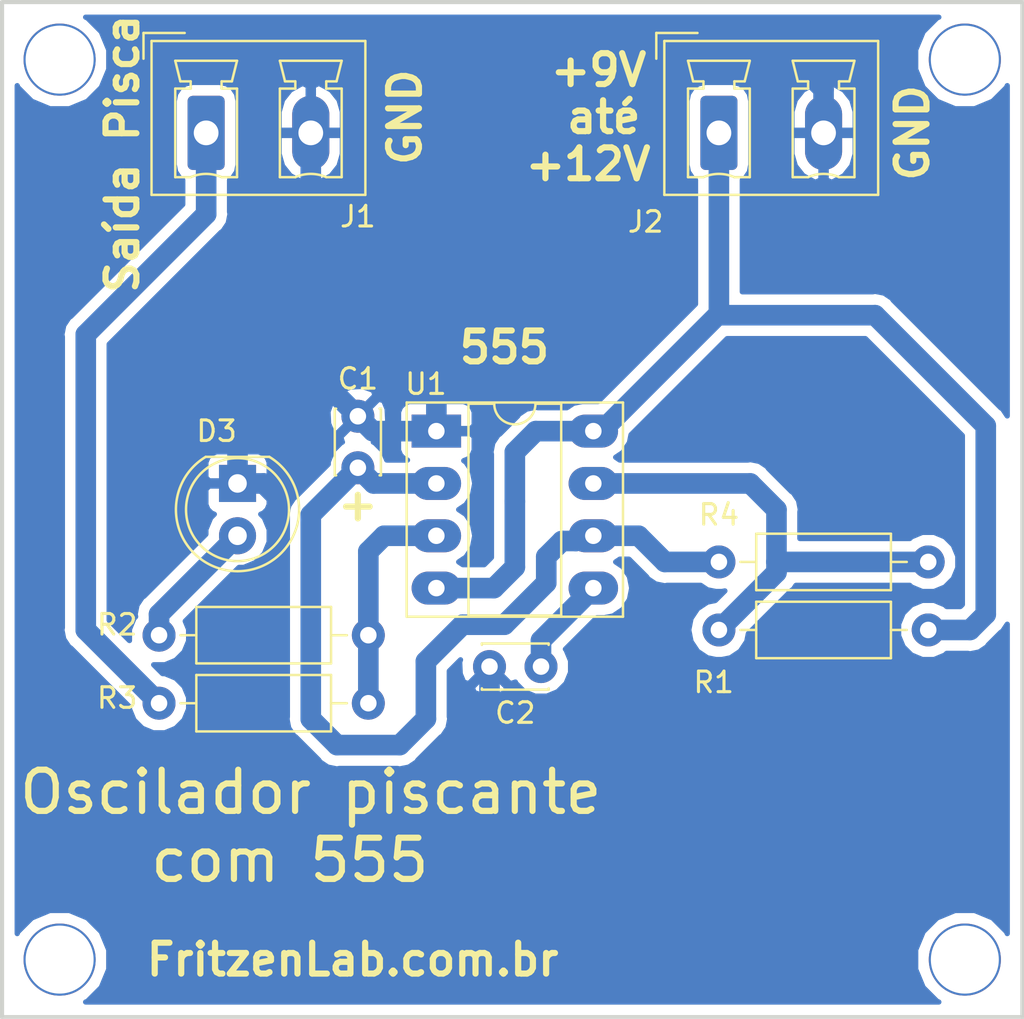
<source format=kicad_pcb>
(kicad_pcb (version 20240108) (generator "pcbnew") (generator_version "8.0")
  (layers (0 "F.Cu" signal) (31 "B.Cu" signal) (34 "B.Paste" user) (35 "F.Paste" user) (36 "B.SilkS" user "B.Silkscreen") (37 "F.SilkS" user "F.Silkscreen") (38 "B.Mask" user) (39 "F.Mask" user) (44 "Edge.Cuts" user))
  (net 0 "")
  (net 1 "VDC")
  (net 2 "Net-(R2-Pad2)")
  (net 3 "Net-(D3-Pad2)")
  (net 4 "Net-(J1-Pad1)")
  (net 5 "Net-(C1-Pad1)")
  (net 6 "GND")
  (net 7 "Net-(C2-Pad1)")
  (net 8 "Net-(R1-Pad2)")
  (footprint "Resistor_THT:R_Axial_DIN0207_L6.3mm_D2.5mm_P10.16mm_Horizontal" (layer "F.Cu") (at 123.698 114.808)
    (property "Reference" "R2" (at -2.032 -0.508 0) (layer "F.SilkS"))
    (property "Value" "1k")
    (fp_line (start 1.04 0) (end 1.81 0) (stroke (width 0.12)) (layer "F.SilkS"))
    (fp_line (start 1.81 -1.37) (end 1.81 1.37) (stroke (width 0.12)) (layer "F.SilkS"))
    (fp_line (start 1.81 1.37) (end 8.35 1.37) (stroke (width 0.12)) (layer "F.SilkS"))
    (fp_line (start 8.35 -1.37) (end 1.81 -1.37) (stroke (width 0.12)) (layer "F.SilkS"))
    (fp_line (start 8.35 1.37) (end 8.35 -1.37) (stroke (width 0.12)) (layer "F.SilkS"))
    (fp_line (start 9.12 0) (end 8.35 0) (stroke (width 0.12)) (layer "F.SilkS"))
    (pad "1" thru_hole circle (at 0 0) (size 1.6 1.6) (drill 0.8) (layers "*.Cu" "*.Mask") (net 3 "Net-(D3-Pad2)"))
    (pad "2" thru_hole oval (at 10.16 0) (size 1.6 1.6) (drill 0.8) (layers "*.Cu" "*.Mask") (net 2 "Net-(R2-Pad2)"))
  )
  (footprint "Resistor_THT:R_Axial_DIN0207_L6.3mm_D2.5mm_P10.16mm_Horizontal" (layer "F.Cu") (at 161.036 111.252 180)
    (property "Reference" "R4" (at 10.16 2.286 180) (layer "F.SilkS"))
    (property "Value" "1k")
    (fp_line (start 9.12 0) (end 8.35 0) (stroke (width 0.12)) (layer "F.SilkS"))
    (fp_line (start 8.35 1.37) (end 8.35 -1.37) (stroke (width 0.12)) (layer "F.SilkS"))
    (fp_line (start 8.35 -1.37) (end 1.81 -1.37) (stroke (width 0.12)) (layer "F.SilkS"))
    (fp_line (start 1.81 1.37) (end 8.35 1.37) (stroke (width 0.12)) (layer "F.SilkS"))
    (fp_line (start 1.81 -1.37) (end 1.81 1.37) (stroke (width 0.12)) (layer "F.SilkS"))
    (fp_line (start 1.04 0) (end 1.81 0) (stroke (width 0.12)) (layer "F.SilkS"))
    (pad "1" thru_hole circle (at 0 0 180) (size 1.6 1.6) (drill 0.8) (layers "*.Cu" "*.Mask") (net 8 "Net-(R1-Pad2)"))
    (pad "2" thru_hole oval (at 10.16 0 180) (size 1.6 1.6) (drill 0.8) (layers "*.Cu" "*.Mask") (net 5 "Net-(C1-Pad1)"))
  )
  (footprint "Connector_Phoenix_MC_HighVoltage:PhoenixContact_MCV_1,5_2-G-5.08_1x02_P5.08mm_Vertical" (layer "F.Cu") (at 125.984 90.424)
    (property "Reference" "J1" (at 7.366 4.064 0) (layer "F.SilkS"))
    (property "Value" "Saída Piscante")
    (fp_line (start -3.04 -4.85) (end -1.04 -4.85) (stroke (width 0.12)) (layer "F.SilkS"))
    (fp_line (start -3.04 -3.6) (end -3.04 -4.85) (stroke (width 0.12)) (layer "F.SilkS"))
    (fp_line (start -2.65 -4.46) (end -2.65 3.01) (stroke (width 0.12)) (layer "F.SilkS"))
    (fp_line (start -2.65 3.01) (end 7.73 3.01) (stroke (width 0.12)) (layer "F.SilkS"))
    (fp_line (start -1.5 -3.5) (end 1.5 -3.5) (stroke (width 0.12)) (layer "F.SilkS"))
    (fp_line (start -1.5 -2.15) (end -0.75 -2.15) (stroke (width 0.12)) (layer "F.SilkS"))
    (fp_line (start -1.5 2.15) (end -1.5 -2.15) (stroke (width 0.12)) (layer "F.SilkS"))
    (fp_line (start -1.25 -2.5) (end -1.5 -3.5) (stroke (width 0.12)) (layer "F.SilkS"))
    (fp_line (start -0.75 -2.5) (end -1.25 -2.5) (stroke (width 0.12)) (layer "F.SilkS"))
    (fp_line (start -0.75 -2.15) (end -0.75 -2.5) (stroke (width 0.12)) (layer "F.SilkS"))
    (fp_line (start -0.75 2.15) (end -1.5 2.15) (stroke (width 0.12)) (layer "F.SilkS"))
    (fp_line (start 0.75 -2.5) (end 0.75 -2.15) (stroke (width 0.12)) (layer "F.SilkS"))
    (fp_line (start 0.75 -2.15) (end 1.5 -2.15) (stroke (width 0.12)) (layer "F.SilkS"))
    (fp_line (start 1.25 -2.5) (end 0.75 -2.5) (stroke (width 0.12)) (layer "F.SilkS"))
    (fp_line (start 1.5 -3.5) (end 1.25 -2.5) (stroke (width 0.12)) (layer "F.SilkS"))
    (fp_line (start 1.5 -2.15) (end 1.5 2.15) (stroke (width 0.12)) (layer "F.SilkS"))
    (fp_line (start 1.5 2.15) (end 0.75 2.15) (stroke (width 0.12)) (layer "F.SilkS"))
    (fp_line (start 3.58 -3.5) (end 6.58 -3.5) (stroke (width 0.12)) (layer "F.SilkS"))
    (fp_line (start 3.58 -2.15) (end 4.33 -2.15) (stroke (width 0.12)) (layer "F.SilkS"))
    (fp_line (start 3.58 2.15) (end 3.58 -2.15) (stroke (width 0.12)) (layer "F.SilkS"))
    (fp_line (start 3.83 -2.5) (end 3.58 -3.5) (stroke (width 0.12)) (layer "F.SilkS"))
    (fp_line (start 4.33 -2.5) (end 3.83 -2.5) (stroke (width 0.12)) (layer "F.SilkS"))
    (fp_line (start 4.33 -2.15) (end 4.33 -2.5) (stroke (width 0.12)) (layer "F.SilkS"))
    (fp_line (start 4.33 2.15) (end 3.58 2.15) (stroke (width 0.12)) (layer "F.SilkS"))
    (fp_line (start 5.83 -2.5) (end 5.83 -2.15) (stroke (width 0.12)) (layer "F.SilkS"))
    (fp_line (start 5.83 -2.15) (end 6.58 -2.15) (stroke (width 0.12)) (layer "F.SilkS"))
    (fp_line (start 6.33 -2.5) (end 5.83 -2.5) (stroke (width 0.12)) (layer "F.SilkS"))
    (fp_line (start 6.58 -3.5) (end 6.33 -2.5) (stroke (width 0.12)) (layer "F.SilkS"))
    (fp_line (start 6.58 -2.15) (end 6.58 2.15) (stroke (width 0.12)) (layer "F.SilkS"))
    (fp_line (start 6.58 2.15) (end 5.83 2.15) (stroke (width 0.12)) (layer "F.SilkS"))
    (fp_line (start 7.73 -4.46) (end -2.65 -4.46) (stroke (width 0.12)) (layer "F.SilkS"))
    (fp_line (start 7.73 3.01) (end 7.73 -4.46) (stroke (width 0.12)) (layer "F.SilkS"))
    (fp_arc (start -0.75 2.15) (mid -0.000193 1.99191) (end 0.749647 2.149844) (stroke (width 0.12)) (layer "F.SilkS"))
    (fp_arc (start 4.33 2.15) (mid 5.079807 1.99191) (end 5.829647 2.149844) (stroke (width 0.12)) (layer "F.SilkS"))
    (pad "1" thru_hole roundrect (at 0 0) (size 1.8 3.6) (drill 1.2) (layers "*.Cu" "*.Mask") (roundrect_rratio 0.138889) (net 4 "Net-(J1-Pad1)"))
    (pad "2" thru_hole oval (at 5.08 0) (size 1.8 3.6) (drill 1.2) (layers "*.Cu" "*.Mask") (net 6 "GND"))
  )
  (footprint "Connector_Phoenix_MC_HighVoltage:PhoenixContact_MCV_1,5_2-G-5.08_1x02_P5.08mm_Vertical" (layer "F.Cu") (at 150.876 90.424)
    (property "Reference" "J2" (at -3.556 4.318 0) (layer "F.SilkS"))
    (property "Value" "Alimentação")
    (fp_line (start -3.04 -4.85) (end -1.04 -4.85) (stroke (width 0.12)) (layer "F.SilkS"))
    (fp_line (start -3.04 -3.6) (end -3.04 -4.85) (stroke (width 0.12)) (layer "F.SilkS"))
    (fp_line (start -2.65 -4.46) (end -2.65 3.01) (stroke (width 0.12)) (layer "F.SilkS"))
    (fp_line (start -2.65 3.01) (end 7.73 3.01) (stroke (width 0.12)) (layer "F.SilkS"))
    (fp_line (start -1.5 -3.5) (end 1.5 -3.5) (stroke (width 0.12)) (layer "F.SilkS"))
    (fp_line (start -1.5 -2.15) (end -0.75 -2.15) (stroke (width 0.12)) (layer "F.SilkS"))
    (fp_line (start -1.5 2.15) (end -1.5 -2.15) (stroke (width 0.12)) (layer "F.SilkS"))
    (fp_line (start -1.25 -2.5) (end -1.5 -3.5) (stroke (width 0.12)) (layer "F.SilkS"))
    (fp_line (start -0.75 -2.5) (end -1.25 -2.5) (stroke (width 0.12)) (layer "F.SilkS"))
    (fp_line (start -0.75 -2.15) (end -0.75 -2.5) (stroke (width 0.12)) (layer "F.SilkS"))
    (fp_line (start -0.75 2.15) (end -1.5 2.15) (stroke (width 0.12)) (layer "F.SilkS"))
    (fp_line (start 0.75 -2.5) (end 0.75 -2.15) (stroke (width 0.12)) (layer "F.SilkS"))
    (fp_line (start 0.75 -2.15) (end 1.5 -2.15) (stroke (width 0.12)) (layer "F.SilkS"))
    (fp_line (start 1.25 -2.5) (end 0.75 -2.5) (stroke (width 0.12)) (layer "F.SilkS"))
    (fp_line (start 1.5 -3.5) (end 1.25 -2.5) (stroke (width 0.12)) (layer "F.SilkS"))
    (fp_line (start 1.5 -2.15) (end 1.5 2.15) (stroke (width 0.12)) (layer "F.SilkS"))
    (fp_line (start 1.5 2.15) (end 0.75 2.15) (stroke (width 0.12)) (layer "F.SilkS"))
    (fp_line (start 3.58 -3.5) (end 6.58 -3.5) (stroke (width 0.12)) (layer "F.SilkS"))
    (fp_line (start 3.58 -2.15) (end 4.33 -2.15) (stroke (width 0.12)) (layer "F.SilkS"))
    (fp_line (start 3.58 2.15) (end 3.58 -2.15) (stroke (width 0.12)) (layer "F.SilkS"))
    (fp_line (start 3.83 -2.5) (end 3.58 -3.5) (stroke (width 0.12)) (layer "F.SilkS"))
    (fp_line (start 4.33 -2.5) (end 3.83 -2.5) (stroke (width 0.12)) (layer "F.SilkS"))
    (fp_line (start 4.33 -2.15) (end 4.33 -2.5) (stroke (width 0.12)) (layer "F.SilkS"))
    (fp_line (start 4.33 2.15) (end 3.58 2.15) (stroke (width 0.12)) (layer "F.SilkS"))
    (fp_line (start 5.83 -2.5) (end 5.83 -2.15) (stroke (width 0.12)) (layer "F.SilkS"))
    (fp_line (start 5.83 -2.15) (end 6.58 -2.15) (stroke (width 0.12)) (layer "F.SilkS"))
    (fp_line (start 6.33 -2.5) (end 5.83 -2.5) (stroke (width 0.12)) (layer "F.SilkS"))
    (fp_line (start 6.58 -3.5) (end 6.33 -2.5) (stroke (width 0.12)) (layer "F.SilkS"))
    (fp_line (start 6.58 -2.15) (end 6.58 2.15) (stroke (width 0.12)) (layer "F.SilkS"))
    (fp_line (start 6.58 2.15) (end 5.83 2.15) (stroke (width 0.12)) (layer "F.SilkS"))
    (fp_line (start 7.73 -4.46) (end -2.65 -4.46) (stroke (width 0.12)) (layer "F.SilkS"))
    (fp_line (start 7.73 3.01) (end 7.73 -4.46) (stroke (width 0.12)) (layer "F.SilkS"))
    (fp_arc (start -0.75 2.15) (mid -0.000193 1.99191) (end 0.749647 2.149844) (stroke (width 0.12)) (layer "F.SilkS"))
    (fp_arc (start 4.33 2.15) (mid 5.079807 1.99191) (end 5.829647 2.149844) (stroke (width 0.12)) (layer "F.SilkS"))
    (pad "1" thru_hole roundrect (at 0 0) (size 1.8 3.6) (drill 1.2) (layers "*.Cu" "*.Mask") (roundrect_rratio 0.138889) (net 1 "VDC"))
    (pad "2" thru_hole oval (at 5.08 0) (size 1.8 3.6) (drill 1.2) (layers "*.Cu" "*.Mask") (net 6 "GND"))
  )
  (footprint "Resistor_THT:R_Axial_DIN0207_L6.3mm_D2.5mm_P10.16mm_Horizontal" (layer "F.Cu") (at 161.036 114.554 180)
    (property "Reference" "R1" (at 10.414 -2.54 180) (layer "F.SilkS"))
    (property "Value" "1k")
    (fp_line (start 9.12 0) (end 8.35 0) (stroke (width 0.12)) (layer "F.SilkS"))
    (fp_line (start 8.35 1.37) (end 8.35 -1.37) (stroke (width 0.12)) (layer "F.SilkS"))
    (fp_line (start 8.35 -1.37) (end 1.81 -1.37) (stroke (width 0.12)) (layer "F.SilkS"))
    (fp_line (start 1.81 1.37) (end 8.35 1.37) (stroke (width 0.12)) (layer "F.SilkS"))
    (fp_line (start 1.81 -1.37) (end 1.81 1.37) (stroke (width 0.12)) (layer "F.SilkS"))
    (fp_line (start 1.04 0) (end 1.81 0) (stroke (width 0.12)) (layer "F.SilkS"))
    (pad "1" thru_hole circle (at 0 0 180) (size 1.6 1.6) (drill 0.8) (layers "*.Cu" "*.Mask") (net 1 "VDC"))
    (pad "2" thru_hole oval (at 10.16 0 180) (size 1.6 1.6) (drill 0.8) (layers "*.Cu" "*.Mask") (net 8 "Net-(R1-Pad2)"))
  )
  (footprint "Resistor_THT:R_Axial_DIN0207_L6.3mm_D2.5mm_P10.16mm_Horizontal" (layer "F.Cu") (at 123.698 118.11)
    (property "Reference" "R3" (at -2.032 -0.254 0) (layer "F.SilkS"))
    (property "Value" "470r")
    (fp_line (start 1.04 0) (end 1.81 0) (stroke (width 0.12)) (layer "F.SilkS"))
    (fp_line (start 1.81 -1.37) (end 1.81 1.37) (stroke (width 0.12)) (layer "F.SilkS"))
    (fp_line (start 1.81 1.37) (end 8.35 1.37) (stroke (width 0.12)) (layer "F.SilkS"))
    (fp_line (start 8.35 -1.37) (end 1.81 -1.37) (stroke (width 0.12)) (layer "F.SilkS"))
    (fp_line (start 8.35 1.37) (end 8.35 -1.37) (stroke (width 0.12)) (layer "F.SilkS"))
    (fp_line (start 9.12 0) (end 8.35 0) (stroke (width 0.12)) (layer "F.SilkS"))
    (pad "1" thru_hole circle (at 0 0) (size 1.6 1.6) (drill 0.8) (layers "*.Cu" "*.Mask") (net 4 "Net-(J1-Pad1)"))
    (pad "2" thru_hole oval (at 10.16 0) (size 1.6 1.6) (drill 0.8) (layers "*.Cu" "*.Mask") (net 2 "Net-(R2-Pad2)"))
  )
  (footprint "Package_DIP:DIP-8_W7.62mm_Socket_LongPads" (layer "F.Cu") (at 137.16 104.902)
    (property "Reference" "U1" (at -0.508 -2.286 0) (layer "F.SilkS"))
    (property "Value" "NE555")
    (fp_line (start -1.44 -1.39) (end -1.44 9.01) (stroke (width 0.12)) (layer "F.SilkS"))
    (fp_line (start -1.44 9.01) (end 9.06 9.01) (stroke (width 0.12)) (layer "F.SilkS"))
    (fp_line (start 1.56 -1.33) (end 1.56 8.95) (stroke (width 0.12)) (layer "F.SilkS"))
    (fp_line (start 1.56 8.95) (end 6.06 8.95) (stroke (width 0.12)) (layer "F.SilkS"))
    (fp_line (start 2.81 -1.33) (end 1.56 -1.33) (stroke (width 0.12)) (layer "F.SilkS"))
    (fp_line (start 6.06 -1.33) (end 4.81 -1.33) (stroke (width 0.12)) (layer "F.SilkS"))
    (fp_line (start 6.06 8.95) (end 6.06 -1.33) (stroke (width 0.12)) (layer "F.SilkS"))
    (fp_line (start 9.06 -1.39) (end -1.44 -1.39) (stroke (width 0.12)) (layer "F.SilkS"))
    (fp_line (start 9.06 9.01) (end 9.06 -1.39) (stroke (width 0.12)) (layer "F.SilkS"))
    (fp_arc (start 4.81 -1.33) (mid 3.81 -0.33) (end 2.81 -1.33) (stroke (width 0.12)) (layer "F.SilkS"))
    (pad "1" thru_hole rect (at 0 0) (size 2.4 1.6) (drill 0.8) (layers "*.Cu" "*.Mask") (net 6 "GND"))
    (pad "2" thru_hole oval (at 0 2.54) (size 2.4 1.6) (drill 0.8) (layers "*.Cu" "*.Mask") (net 5 "Net-(C1-Pad1)"))
    (pad "3" thru_hole oval (at 0 5.08) (size 2.4 1.6) (drill 0.8) (layers "*.Cu" "*.Mask") (net 2 "Net-(R2-Pad2)"))
    (pad "4" thru_hole oval (at 0 7.62) (size 2.4 1.6) (drill 0.8) (layers "*.Cu" "*.Mask") (net 1 "VDC"))
    (pad "5" thru_hole oval (at 7.62 7.62) (size 2.4 1.6) (drill 0.8) (layers "*.Cu" "*.Mask") (net 7 "Net-(C2-Pad1)"))
    (pad "6" thru_hole oval (at 7.62 5.08) (size 2.4 1.6) (drill 0.8) (layers "*.Cu" "*.Mask") (net 5 "Net-(C1-Pad1)"))
    (pad "7" thru_hole oval (at 7.62 2.54) (size 2.4 1.6) (drill 0.8) (layers "*.Cu" "*.Mask") (net 8 "Net-(R1-Pad2)"))
    (pad "8" thru_hole oval (at 7.62 0) (size 2.4 1.6) (drill 0.8) (layers "*.Cu" "*.Mask") (net 1 "VDC"))
  )
  (footprint "LED_THT:LED_D5.0mm_Clear" (layer "F.Cu") (at 127.508 107.442 -90)
    (property "Reference" "D3" (at -2.54 1.016 0) (layer "F.SilkS"))
    (property "Value" "LED Verm.")
    (fp_line (start -1.29 -1.545) (end -1.29 1.545) (stroke (width 0.12)) (layer "F.SilkS"))
    (fp_arc (start 4.26 -0.000462) (mid 2.072002 2.880433) (end -1.29 1.54483) (stroke (width 0.12)) (layer "F.SilkS"))
    (fp_arc (start -1.29 -1.54483) (mid 2.072002 -2.880433) (end 4.26 0.000462) (stroke (width 0.12)) (layer "F.SilkS"))
    (fp_circle (center 1.27 0) (end 3.77 0) (stroke (width 0.12)) (fill none) (layer "F.SilkS"))
    (pad "1" thru_hole rect (at 0 0 270) (size 1.8 1.8) (drill 0.9) (layers "*.Cu" "*.Mask") (net 6 "GND"))
    (pad "2" thru_hole circle (at 2.54 0 270) (size 1.8 1.8) (drill 0.9) (layers "*.Cu" "*.Mask") (net 3 "Net-(D3-Pad2)"))
  )
  (footprint "Capacitor_THT:C_Disc_D3.0mm_W2.0mm_P2.50mm" (layer "F.Cu") (at 133.35 106.68 90)
    (property "Reference" "C1" (at 4.318 0 180) (layer "F.SilkS"))
    (property "Value" "100n")
    (fp_line (start 2.87 -1.12) (end 2.87 -1.055) (stroke (width 0.12)) (layer "F.SilkS"))
    (fp_line (start -0.37 -1.12) (end 2.87 -1.12) (stroke (width 0.12)) (layer "F.SilkS"))
    (fp_line (start -0.37 -1.12) (end -0.37 -1.055) (stroke (width 0.12)) (layer "F.SilkS"))
    (fp_line (start 2.87 1.055) (end 2.87 1.12) (stroke (width 0.12)) (layer "F.SilkS"))
    (fp_line (start -0.37 1.055) (end -0.37 1.12) (stroke (width 0.12)) (layer "F.SilkS"))
    (fp_line (start -0.37 1.12) (end 2.87 1.12) (stroke (width 0.12)) (layer "F.SilkS"))
    (pad "1" thru_hole circle (at 0 0 90) (size 1.6 1.6) (drill 0.8) (layers "*.Cu" "*.Mask") (net 5 "Net-(C1-Pad1)"))
    (pad "2" thru_hole circle (at 2.5 0 90) (size 1.6 1.6) (drill 0.8) (layers "*.Cu" "*.Mask") (net 6 "GND"))
  )
  (footprint "Capacitor_THT:C_Disc_D3.0mm_W2.0mm_P2.50mm" (layer "F.Cu") (at 142.24 116.332 180)
    (property "Reference" "C2" (at 1.25 -2.25 180) (layer "F.SilkS"))
    (property "Value" "100n")
    (fp_line (start 2.87 1.055) (end 2.87 1.12) (stroke (width 0.12)) (layer "F.SilkS"))
    (fp_line (start 2.87 -1.12) (end 2.87 -1.055) (stroke (width 0.12)) (layer "F.SilkS"))
    (fp_line (start -0.37 1.12) (end 2.87 1.12) (stroke (width 0.12)) (layer "F.SilkS"))
    (fp_line (start -0.37 1.055) (end -0.37 1.12) (stroke (width 0.12)) (layer "F.SilkS"))
    (fp_line (start -0.37 -1.12) (end 2.87 -1.12) (stroke (width 0.12)) (layer "F.SilkS"))
    (fp_line (start -0.37 -1.12) (end -0.37 -1.055) (stroke (width 0.12)) (layer "F.SilkS"))
    (pad "1" thru_hole circle (at 0 0 180) (size 1.6 1.6) (drill 0.8) (layers "*.Cu" "*.Mask") (net 7 "Net-(C2-Pad1)"))
    (pad "2" thru_hole circle (at 2.5 0 180) (size 1.6 1.6) (drill 0.8) (layers "*.Cu" "*.Mask") (net 6 "GND"))
  )
  (gr_line (start 165.608 133.35) (end 116.078 133.35) (stroke (width 0.2)) (layer "Edge.Cuts"))
  (gr_line (start 116.078 133.35) (end 116.078 84.074) (stroke (width 0.2)) (layer "Edge.Cuts"))
  (gr_line (start 116.078 84.074) (end 165.608 84.074) (stroke (width 0.2)) (layer "Edge.Cuts"))
  (gr_line (start 165.608 84.074) (end 165.608 133.35) (stroke (width 0.2)) (layer "Edge.Cuts"))
  (gr_text "GND" (at 160.274 90.424 90) (layer "F.SilkS") (effects (font (size 1.5 1.5) (thickness 0.3))))
  (gr_text "+12V" (at 144.526 91.948 0) (layer "F.SilkS") (effects (font (size 1.5 1.5) (thickness 0.3))))
  (gr_text "+" (at 133.35 108.458 0) (layer "F.SilkS") (effects (font (size 1.5 1.5) (thickness 0.3))))
  (gr_text "Saída Pisca" (at 121.92 91.44 90) (layer "F.SilkS") (effects (font (size 1.5 1.5) (thickness 0.3))))
  (gr_text "555" (at 140.462 100.838 0) (layer "F.SilkS") (effects (font (size 1.5 1.5) (thickness 0.3))))
  (gr_text "+9V" (at 145.034 87.376 0) (layer "F.SilkS") (effects (font (size 1.5 1.5) (thickness 0.3))))
  (gr_text "FritzenLab.com.br" (at 133.096 130.556 0) (layer "F.SilkS") (effects (font (size 1.5 1.5) (thickness 0.3))))
  (gr_text "GND" (at 135.636 89.662 90) (layer "F.SilkS") (effects (font (size 1.5 1.5) (thickness 0.3))))
  (gr_text "com 555" (at 130.048 125.73 0) (layer "F.SilkS") (effects (font (size 2 2) (thickness 0.3))))
  (gr_text "Oscilador piscante" (at 131.064 122.428 0) (layer "F.SilkS") (effects (font (size 2 2) (thickness 0.3))))
  (gr_text "até" (at 145.288 89.662 0) (layer "F.SilkS") (effects (font (size 1.5 1.5) (thickness 0.3))))
  (via (at 118.872 130.556) (size 3.5) (drill 3.3) (layers "F.Cu" "B.Cu") (net 0))
  (via (at 162.814 130.556) (size 3.5) (drill 3.3) (layers "F.Cu" "B.Cu") (net 0))
  (via (at 118.872 86.868) (size 3.5) (drill 3.3) (layers "F.Cu" "B.Cu") (net 0))
  (via (at 162.814 86.868) (size 3.5) (drill 3.3) (layers "F.Cu" "B.Cu") (net 0))
  (segment (start 150.944 99.274) (end 150.876 99.206) (width 1) (layer "B.Cu") (net 1))
  (segment (start 141.986 104.902) (end 140.97 105.918) (width 1) (layer "B.Cu") (net 1))
  (segment (start 140.97 105.918) (end 140.97 108.312) (width 1) (layer "B.Cu") (net 1))
  (segment (start 150.876 99.206) (end 145.18 104.902) (width 1) (layer "B.Cu") (net 1))
  (segment (start 150.876 90.424) (end 150.876 99.206) (width 1) (layer "B.Cu") (net 1))
  (segment (start 137.56 112.522) (end 139.954 112.522) (width 1) (layer "B.Cu") (net 1))
  (segment (start 158.456 99.274) (end 150.944 99.274) (width 1) (layer "B.Cu") (net 1))
  (segment (start 139.954 112.522) (end 140.97 111.506) (width 1) (layer "B.Cu") (net 1))
  (segment (start 145.18 104.902) (end 144.78 104.902) (width 1) (layer "B.Cu") (net 1))
  (segment (start 161.036 114.554) (end 163.068 114.554) (width 1) (layer "B.Cu") (net 1))
  (segment (start 158.456 99.274) (end 163.83 104.648) (width 1) (layer "B.Cu") (net 1))
  (segment (start 137.16 112.522) (end 137.56 112.522) (width 1) (layer "B.Cu") (net 1))
  (segment (start 163.83 104.648) (end 163.83 113.792) (width 1) (layer "B.Cu") (net 1))
  (segment (start 144.78 104.902) (end 141.986 104.902) (width 1) (layer "B.Cu") (net 1))
  (segment (start 163.068 114.554) (end 163.83 113.792) (width 1) (layer "B.Cu") (net 1))
  (segment (start 140.97 111.506) (end 140.97 108.312) (width 1) (layer "B.Cu") (net 1))
  (segment (start 133.858 118.11) (end 133.858 114.808) (width 1) (layer "B.Cu") (net 2))
  (segment (start 133.858 110.744) (end 133.858 114.808) (width 1) (layer "B.Cu") (net 2))
  (segment (start 137.16 109.982) (end 134.62 109.982) (width 1) (layer "B.Cu") (net 2))
  (segment (start 134.62 109.982) (end 133.858 110.744) (width 1) (layer "B.Cu") (net 2))
  (segment (start 123.698 114.808) (end 123.698 113.792) (width 1) (layer "B.Cu") (net 3))
  (segment (start 123.698 113.792) (end 127.508 109.982) (width 1) (layer "B.Cu") (net 3))
  (segment (start 120.142 114.554) (end 123.698 118.11) (width 1) (layer "B.Cu") (net 4))
  (segment (start 120.142 100.213002) (end 120.142 114.554) (width 1) (layer "B.Cu") (net 4))
  (segment (start 125.985001 91.870001) (end 125.985001 94.370001) (width 1) (layer "B.Cu") (net 4))
  (segment (start 125.985001 94.370001) (end 120.142 100.213002) (width 1) (layer "B.Cu") (net 4))
  (segment (start 132.334 120.142) (end 131.064 118.872) (width 1) (layer "B.Cu") (net 5))
  (segment (start 146.98 109.982) (end 144.78 109.982) (width 1) (layer "B.Cu") (net 5))
  (segment (start 140.462 114.3) (end 138.43 114.3) (width 1) (layer "B.Cu") (net 5))
  (segment (start 131.064 108.966) (end 133.35 106.68) (width 1) (layer "B.Cu") (net 5))
  (segment (start 135.382 120.142) (end 132.334 120.142) (width 1) (layer "B.Cu") (net 5))
  (segment (start 131.064 118.872) (end 131.064 108.966) (width 1) (layer "B.Cu") (net 5))
  (segment (start 137.16 107.442) (end 134.112 107.442) (width 1) (layer "B.Cu") (net 5))
  (segment (start 144.78 109.982) (end 144.19107 109.982) (width 1) (layer "B.Cu") (net 5))
  (segment (start 143.93707 110.236) (end 143.256 110.236) (width 1) (layer "B.Cu") (net 5))
  (segment (start 138.43 114.3) (end 136.652 116.078) (width 1) (layer "B.Cu") (net 5))
  (segment (start 150.876 111.252) (end 148.25 111.252) (width 1) (layer "B.Cu") (net 5))
  (segment (start 136.652 116.078) (end 136.652 118.872) (width 1) (layer "B.Cu") (net 5))
  (segment (start 134.112 107.442) (end 133.35 106.68) (width 1) (layer "B.Cu") (net 5))
  (segment (start 142.494 110.998) (end 142.494 112.268) (width 1) (layer "B.Cu") (net 5))
  (segment (start 142.494 112.268) (end 140.462 114.3) (width 1) (layer "B.Cu") (net 5))
  (segment (start 148.25 111.252) (end 146.98 109.982) (width 1) (layer "B.Cu") (net 5))
  (segment (start 136.652 118.872) (end 135.382 120.142) (width 1) (layer "B.Cu") (net 5))
  (segment (start 144.19107 109.982) (end 143.93707 110.236) (width 1) (layer "B.Cu") (net 5))
  (segment (start 143.256 110.236) (end 142.494 110.998) (width 1) (layer "B.Cu") (net 5))
  (segment (start 131.065001 101.895001) (end 133.35 104.18) (width 1) (layer "B.Cu") (net 6))
  (segment (start 128.778 107.442) (end 129.54 108.204) (width 1) (layer "B.Cu") (net 6))
  (segment (start 131.065001 101.984999) (end 131.065001 101.895001) (width 1) (layer "B.Cu") (net 6))
  (segment (start 129.54 108.204) (end 129.54 120.904) (width 1) (layer "B.Cu") (net 6))
  (segment (start 137.922 122.174) (end 139.74 120.356) (width 1) (layer "B.Cu") (net 6))
  (segment (start 131.065001 91.870001) (end 131.065001 101.895001) (width 1) (layer "B.Cu") (net 6))
  (segment (start 155.956 88.30268) (end 154.77532 87.122) (width 1) (layer "B.Cu") (net 6))
  (segment (start 130.81 122.174) (end 137.922 122.174) (width 1) (layer "B.Cu") (net 6))
  (segment (start 137.16 104.902) (end 134.072 104.902) (width 1) (layer "B.Cu") (net 6))
  (segment (start 134.072 104.902) (end 133.35 104.18) (width 1) (layer "B.Cu") (net 6))
  (segment (start 127.508 107.442) (end 128.778 107.442) (width 1) (layer "B.Cu") (net 6))
  (segment (start 137.16 90.17) (end 137.16 104.902) (width 1) (layer "B.Cu") (net 6))
  (segment (start 155.956 90.424) (end 155.956 88.30268) (width 1) (layer "B.Cu") (net 6))
  (segment (start 129.54 120.904) (end 130.81 122.174) (width 1) (layer "B.Cu") (net 6))
  (segment (start 139.74 120.356) (end 139.74 116.332) (width 1) (layer "B.Cu") (net 6))
  (segment (start 154.77532 87.122) (end 140.208 87.122) (width 1) (layer "B.Cu") (net 6))
  (segment (start 140.208 87.122) (end 137.16 90.17) (width 1) (layer "B.Cu") (net 6))
  (segment (start 127.508 107.442) (end 127.508 105.542) (width 1) (layer "B.Cu") (net 6))
  (segment (start 127.508 105.542) (end 131.065001 101.984999) (width 1) (layer "B.Cu") (net 6))
  (segment (start 142.24 116.332) (end 142.24 115.062) (width 1) (layer "B.Cu") (net 7))
  (segment (start 142.24 115.062) (end 144.78 112.522) (width 1) (layer "B.Cu") (net 7))
  (segment (start 150.876 114.554) (end 153.67 111.76) (width 1) (layer "B.Cu") (net 8))
  (segment (start 152.4 107.442) (end 144.78 107.442) (width 1) (layer "B.Cu") (net 8))
  (segment (start 153.67 111.76) (end 153.67 111.252) (width 1) (layer "B.Cu") (net 8))
  (segment (start 153.67 108.712) (end 152.4 107.442) (width 1) (layer "B.Cu") (net 8))
  (segment (start 161.036 111.252) (end 153.67 111.252) (width 1) (layer "B.Cu") (net 8))
  (segment (start 153.67 111.252) (end 153.67 108.712) (width 1) (layer "B.Cu") (net 8))
  (zone (net 6) (net_name "GND") (layer "B.Cu") (connect_pads (clearance 0.508)) (min_thickness 0.254) (fill yes (thermal_gap 0.508) (thermal_bridge_width 0.508))
    (polygon (pts (xy 116.078 84.074) (xy 165.608 84.074) (xy 165.608 133.35) (xy 116.078 133.35)))
  )
)
</source>
